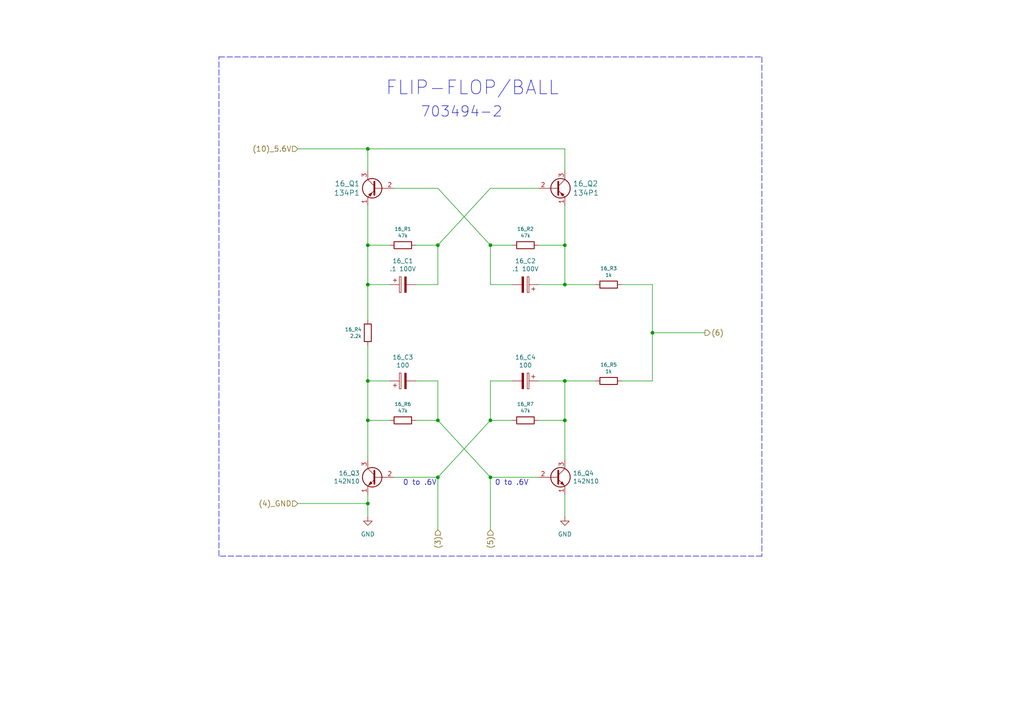
<source format=kicad_sch>
(kicad_sch (version 20250114) (generator "eeschema") (generator_version "9.0")
  (paper "A4")
  (lib_symbols
    (symbol "Device:C_Polarized" (pin_numbers (hide yes)) (pin_names (offset 0.254))
      (property "Reference" "C" (at 0.635 2.54 0))
      (property "Value" "C_Polarized" (at 0.635 -2.54 0))
      (symbol "C_Polarized_0_1"
        (rectangle (start -2.286 0.508) (end 2.286 1.016))
        (polyline (pts (xy -1.778 2.286) (xy -0.762 2.286)))
        (polyline (pts (xy -1.27 2.794) (xy -1.27 1.778)))
        (rectangle (start 2.286 -0.508) (end -2.286 -1.016) (fill (type outline)))
      )
      (symbol "C_Polarized_1_1"
        (pin passive line (at 0 3.81 270) (length 2.794) (name "~") (number "1"))
        (pin passive line (at 0 -3.81 90) (length 2.794) (name "~") (number "2"))
      )
    )
    (symbol "Device:R" (pin_numbers (hide yes)) (pin_names (offset 0))
      (property "Reference" "R" (at 2.032 0 90))
      (property "Value" "R" (at 0 0 90))
      (symbol "R_0_1"
        (rectangle (start -1.016 -2.54) (end 1.016 2.54) (stroke (width 0.254)))
      )
      (symbol "R_1_1"
        (pin passive line (at 0 3.81 270) (length 1.27) (name "~") (number "1"))
        (pin passive line (at 0 -3.81 90) (length 1.27) (name "~") (number "2"))
      )
    )
    (symbol "Transistor_BJT:Q_NPN_EBC" (pin_names (offset 0) (hide yes))
      (property "Reference" "Q" (at 5.08 1.27 0))
      (property "Value" "Q_NPN_EBC" (at 5.08 -1.27 0))
      (symbol "Q_NPN_EBC_0_1"
        (polyline (pts (xy -2.54 0) (xy 0.635 0)))
        (polyline (pts (xy 0.635 1.905) (xy 0.635 -1.905)) (stroke (width 0.508)))
        (circle (center 1.27 0) (radius 2.8194) (stroke (width 0.254)))
      )
      (symbol "Q_NPN_EBC_1_1"
        (polyline (pts (xy 0.635 0.635) (xy 2.54 2.54)))
        (polyline (pts (xy 0.635 -0.635) (xy 2.54 -2.54)))
        (polyline (pts (xy 1.27 -1.778) (xy 1.778 -1.27) (xy 2.286 -2.286) (xy 1.27 -1.778)) (fill (type outline)))
        (pin input line (at -5.08 0 0) (length 2.54) (name "B") (number "2"))
        (pin passive line (at 2.54 5.08 270) (length 2.54) (name "C") (number "3"))
        (pin passive line (at 2.54 -5.08 90) (length 2.54) (name "E") (number "1"))
      )
    )
    (symbol "Transistor_BJT:Q_PNP_EBC" (pin_names (offset 0) (hide yes))
      (property "Reference" "Q" (at 5.08 1.27 0))
      (property "Value" "Q_PNP_EBC" (at 5.08 -1.27 0))
      (symbol "Q_PNP_EBC_0_1"
        (polyline (pts (xy -2.54 0) (xy 0.635 0)))
        (polyline (pts (xy 0.635 1.905) (xy 0.635 -1.905)) (stroke (width 0.508)))
        (polyline (pts (xy 0.635 0.635) (xy 2.54 2.54)))
        (polyline (pts (xy 0.635 -0.635) (xy 2.54 -2.54)))
        (circle (center 1.27 0) (radius 2.8194) (stroke (width 0.254)))
        (polyline (pts (xy 2.286 -1.778) (xy 1.778 -2.286) (xy 1.27 -1.27) (xy 2.286 -1.778)) (fill (type outline)))
      )
      (symbol "Q_PNP_EBC_1_1"
        (pin input line (at -5.08 0 0) (length 2.54) (name "B") (number "2"))
        (pin passive line (at 2.54 5.08 270) (length 2.54) (name "C") (number "3"))
        (pin passive line (at 2.54 -5.08 90) (length 2.54) (name "E") (number "1"))
      )
    )
    (symbol "power:GND" (power) (pin_numbers (hide yes)) (pin_names (offset 0) (hide yes))
      (property "Value" "GND" (at 0 -3.81 0))
      (symbol "GND_0_1"
        (polyline (pts (xy 0 0) (xy 0 -1.27) (xy 1.27 -1.27) (xy 0 -2.54) (xy -1.27 -1.27) (xy 0 -1.27)))
      )
      (symbol "GND_1_1"
        (pin power_in line (at 0 0 270) (length 0) (name "~") (number "1"))
      )
    )
  )
  (text "0 to .6V" (at 116.84 140.97 0) (effects (font (size 1.5494 1.5494)) (justify left bottom)))
  (text "0 to .6V" (at 143.51 140.97 0) (effects (font (size 1.5494 1.5494)) (justify left bottom)))
  (text "FLIP-FLOP/BALL" (at 111.76 27.94 0) (effects (font (size 3.9878 3.9878)) (justify left bottom)))
  (text "703494-2" (at 121.92 34.29 0) (effects (font (size 2.9972 2.9972)) (justify left bottom)))
  (junction (at 142.24 71.12))
  (junction (at 106.68 146.05))
  (junction (at 106.68 82.55))
  (junction (at 142.24 138.43))
  (junction (at 106.68 43.18))
  (junction (at 163.83 110.49))
  (junction (at 189.23 96.52))
  (junction (at 106.68 110.49))
  (junction (at 127 71.12))
  (junction (at 163.83 82.55))
  (junction (at 163.83 121.92))
  (junction (at 106.68 121.92))
  (junction (at 163.83 71.12))
  (junction (at 127 121.92))
  (junction (at 127 138.43))
  (junction (at 142.24 121.92))
  (junction (at 106.68 71.12))
  (wire (pts (xy 86.36 43.18) (xy 106.68 43.18)))
  (wire (pts (xy 127 54.61) (xy 142.24 71.12)))
  (polyline (pts (xy 220.98 161.29) (xy 63.5 161.29)) (stroke (width 0) (type dash)))
  (wire (pts (xy 106.68 82.55) (xy 106.68 92.71)))
  (wire (pts (xy 180.34 82.55) (xy 189.23 82.55)))
  (wire (pts (xy 106.68 143.51) (xy 106.68 146.05)))
  (wire (pts (xy 142.24 138.43) (xy 156.21 138.43)))
  (wire (pts (xy 163.83 82.55) (xy 172.72 82.55)))
  (wire (pts (xy 142.24 110.49) (xy 148.59 110.49)))
  (wire (pts (xy 106.68 43.18) (xy 106.68 49.53)))
  (wire (pts (xy 127 121.92) (xy 142.24 138.43)))
  (wire (pts (xy 106.68 110.49) (xy 113.03 110.49)))
  (wire (pts (xy 127 138.43) (xy 127 153.67)))
  (wire (pts (xy 156.21 110.49) (xy 163.83 110.49)))
  (wire (pts (xy 163.83 43.18) (xy 163.83 49.53)))
  (wire (pts (xy 163.83 71.12) (xy 163.83 82.55)))
  (wire (pts (xy 180.34 110.49) (xy 189.23 110.49)))
  (wire (pts (xy 148.59 82.55) (xy 142.24 82.55)))
  (wire (pts (xy 142.24 110.49) (xy 142.24 121.92)))
  (polyline (pts (xy 63.5 16.51) (xy 220.98 16.51)) (stroke (width 0) (type dash)))
  (wire (pts (xy 163.83 149.86) (xy 163.83 143.51)))
  (wire (pts (xy 189.23 96.52) (xy 189.23 110.49)))
  (polyline (pts (xy 63.5 161.29) (xy 63.5 16.51)) (stroke (width 0) (type dash)))
  (wire (pts (xy 106.68 43.18) (xy 163.83 43.18)))
  (wire (pts (xy 156.21 82.55) (xy 163.83 82.55)))
  (wire (pts (xy 156.21 121.92) (xy 163.83 121.92)))
  (wire (pts (xy 120.65 71.12) (xy 127 71.12)))
  (wire (pts (xy 142.24 138.43) (xy 142.24 153.67)))
  (wire (pts (xy 127 71.12) (xy 142.24 54.61)))
  (wire (pts (xy 127 138.43) (xy 142.24 121.92)))
  (wire (pts (xy 114.3 138.43) (xy 127 138.43)))
  (wire (pts (xy 156.21 71.12) (xy 163.83 71.12)))
  (wire (pts (xy 106.68 59.69) (xy 106.68 71.12)))
  (wire (pts (xy 142.24 82.55) (xy 142.24 71.12)))
  (wire (pts (xy 106.68 100.33) (xy 106.68 110.49)))
  (wire (pts (xy 106.68 121.92) (xy 113.03 121.92)))
  (wire (pts (xy 163.83 59.69) (xy 163.83 71.12)))
  (polyline (pts (xy 220.98 16.51) (xy 220.98 161.29)) (stroke (width 0) (type dash)))
  (wire (pts (xy 127 82.55) (xy 127 71.12)))
  (wire (pts (xy 120.65 82.55) (xy 127 82.55)))
  (wire (pts (xy 163.83 110.49) (xy 163.83 121.92)))
  (wire (pts (xy 163.83 110.49) (xy 172.72 110.49)))
  (wire (pts (xy 114.3 54.61) (xy 127 54.61)))
  (wire (pts (xy 120.65 110.49) (xy 127 110.49)))
  (wire (pts (xy 142.24 54.61) (xy 156.21 54.61)))
  (wire (pts (xy 127 110.49) (xy 127 121.92)))
  (wire (pts (xy 204.47 96.52) (xy 189.23 96.52)))
  (wire (pts (xy 189.23 82.55) (xy 189.23 96.52)))
  (wire (pts (xy 163.83 121.92) (xy 163.83 133.35)))
  (wire (pts (xy 106.68 146.05) (xy 106.68 149.86)))
  (wire (pts (xy 106.68 71.12) (xy 113.03 71.12)))
  (wire (pts (xy 106.68 82.55) (xy 113.03 82.55)))
  (wire (pts (xy 106.68 121.92) (xy 106.68 133.35)))
  (wire (pts (xy 86.36 146.05) (xy 106.68 146.05)))
  (wire (pts (xy 106.68 110.49) (xy 106.68 121.92)))
  (wire (pts (xy 142.24 121.92) (xy 148.59 121.92)))
  (wire (pts (xy 120.65 121.92) (xy 127 121.92)))
  (wire (pts (xy 106.68 71.12) (xy 106.68 82.55)))
  (wire (pts (xy 142.24 71.12) (xy 148.59 71.12)))
  (hierarchical_label "(6)" (shape output) (at 204.47 96.52 0) (effects (font (size 1.5494 1.5494))))
  (hierarchical_label "(5)" (shape input) (at 142.24 153.67 270) (effects (font (size 1.5494 1.5494))))
  (hierarchical_label "(3)" (shape input) (at 127 153.67 270) (effects (font (size 1.5494 1.5494))))
  (hierarchical_label "(10)_5.6V" (shape input) (at 86.36 43.18 180) (effects (font (size 1.5494 1.5494))))
  (hierarchical_label "(4)_GND" (shape input) (at 86.36 146.05 180) (effects (font (size 1.5494 1.5494))))
  (symbol (lib_id "Transistor_BJT:Q_NPN_EBC") (at 161.29 138.43 0) (unit 1)
    (property "Reference" "16_Q4" (at 166.1414 137.2616 0) (effects (justify left)))
    (property "Value" "142N10" (at 166.1414 139.573 0) (effects (justify left)))
    (property "Description" "NPN transistor, emitter/base/collector" (effects (hide yes)))
    (property "Sim.Device" "NPN" (effects (hide yes)))
    (property "Sim.Pins" "1=E 2=B 3=C" (effects (hide yes)))
  )
  (symbol (lib_id "Transistor_BJT:Q_NPN_EBC") (at 109.22 138.43 0) (mirror y) (unit 1)
    (property "Reference" "16_Q3" (at 104.3686 137.2616 0) (effects (justify left)))
    (property "Value" "142N10" (at 104.3686 139.573 0) (effects (justify left)))
    (property "Description" "NPN transistor, emitter/base/collector" (effects (hide yes)))
    (property "Sim.Device" "NPN" (effects (hide yes)))
    (property "Sim.Pins" "1=E 2=B 3=C" (effects (hide yes)))
  )
  (symbol (lib_id "Device:R") (at 152.4 121.92 270) (unit 1)
    (property "Reference" "16_R7" (at 152.4 117.221 90) (effects (font (size 1.016 1.016))))
    (property "Value" "47k" (at 152.4 119.1514 90) (effects (font (size 1.016 1.016))))
    (property "Description" "Resistor" (effects (hide yes)))
  )
  (symbol (lib_id "Device:R") (at 116.84 121.92 270) (unit 1)
    (property "Reference" "16_R6" (at 116.84 117.221 90) (effects (font (size 1.016 1.016))))
    (property "Value" "47k" (at 116.84 119.1514 90) (effects (font (size 1.016 1.016))))
    (property "Description" "Resistor" (effects (hide yes)))
  )
  (symbol (lib_id "Device:C_Polarized") (at 116.84 110.49 90) (unit 1)
    (property "Reference" "16_C3" (at 116.84 103.632 90))
    (property "Value" "100" (at 116.84 105.9434 90))
    (property "Description" "Polarized capacitor" (effects (hide yes)))
  )
  (symbol (lib_id "Device:C_Polarized") (at 152.4 110.49 270) (unit 1)
    (property "Reference" "16_C4" (at 152.4 103.632 90))
    (property "Value" "100" (at 152.4 105.9434 90))
    (property "Description" "Polarized capacitor" (effects (hide yes)))
  )
  (symbol (lib_id "Device:R") (at 176.53 110.49 270) (unit 1)
    (property "Reference" "16_R5" (at 176.53 105.791 90) (effects (font (size 1.016 1.016))))
    (property "Value" "1k" (at 176.53 107.7214 90) (effects (font (size 1.016 1.016))))
    (property "Description" "Resistor" (effects (hide yes)))
  )
  (symbol (lib_id "Device:R") (at 152.4 71.12 270) (mirror x) (unit 1)
    (property "Reference" "16_R2" (at 152.4 66.421 90) (effects (font (size 1.016 1.016))))
    (property "Value" "47k" (at 152.4 68.3514 90) (effects (font (size 1.016 1.016))))
    (property "Description" "Resistor" (effects (hide yes)))
  )
  (symbol (lib_id "Device:R") (at 116.84 71.12 270) (mirror x) (unit 1)
    (property "Reference" "16_R1" (at 116.84 66.421 90) (effects (font (size 1.016 1.016))))
    (property "Value" "47k" (at 116.84 68.3514 90) (effects (font (size 1.016 1.016))))
    (property "Description" "Resistor" (effects (hide yes)))
  )
  (symbol (lib_id "Device:C_Polarized") (at 116.84 82.55 90) (mirror x) (unit 1)
    (property "Reference" "16_C1" (at 116.84 75.692 90))
    (property "Value" ".1 100V" (at 116.84 78.0034 90))
    (property "Description" "Polarized capacitor" (effects (hide yes)))
  )
  (symbol (lib_id "Device:C_Polarized") (at 152.4 82.55 270) (mirror x) (unit 1)
    (property "Reference" "16_C2" (at 152.4 75.692 90))
    (property "Value" ".1 100V" (at 152.4 78.0034 90))
    (property "Description" "Polarized capacitor" (effects (hide yes)))
  )
  (symbol (lib_id "Device:R") (at 176.53 82.55 270) (mirror x) (unit 1)
    (property "Reference" "16_R3" (at 176.53 77.851 90) (effects (font (size 1.016 1.016))))
    (property "Value" "1k" (at 176.53 79.7814 90) (effects (font (size 1.016 1.016))))
    (property "Description" "Resistor" (effects (hide yes)))
  )
  (symbol (lib_id "Device:R") (at 106.68 96.52 0) (mirror x) (unit 1)
    (property "Reference" "16_R4" (at 104.902 95.5548 0) (effects (font (size 1.016 1.016)) (justify right)))
    (property "Value" "2.2k" (at 104.902 97.4852 0) (effects (font (size 1.016 1.016)) (justify right)))
    (property "Description" "Resistor" (effects (hide yes)))
  )
  (symbol (lib_id "Transistor_BJT:Q_PNP_EBC") (at 161.29 54.61 0) (unit 1)
    (property "Reference" "16_Q2" (at 166.1414 53.2638 0) (effects (font (size 1.524 1.524)) (justify left)))
    (property "Value" "134P1" (at 166.1414 55.9562 0) (effects (font (size 1.524 1.524)) (justify left)))
    (property "Description" "PNP transistor, emitter/base/collector" (effects (hide yes)))
    (property "Sim.Device" "PNP" (effects (hide yes)))
    (property "Sim.Pins" "1=E 2=B 3=C" (effects (hide yes)))
  )
  (symbol (lib_id "Transistor_BJT:Q_PNP_EBC") (at 109.22 54.61 0) (mirror y) (unit 1)
    (property "Reference" "16_Q1" (at 104.394 53.2638 0) (effects (font (size 1.524 1.524)) (justify left)))
    (property "Value" "134P1" (at 104.394 55.9562 0) (effects (font (size 1.524 1.524)) (justify left)))
    (property "Description" "PNP transistor, emitter/base/collector" (effects (hide yes)))
    (property "Sim.Device" "PNP" (effects (hide yes)))
    (property "Sim.Pins" "1=E 2=B 3=C" (effects (hide yes)))
  )
  (symbol (lib_id "power:GND") (at 106.68 149.86 0) (unit 1)
    (property "Reference" "#PWR0801" (effects (hide yes)))
    (property "Value" "GND" (at 106.68 154.94 0))
    (property "Description" "Power symbol creates a global label with name \"GND\" , ground" (effects (hide yes)))
  )
  (symbol (lib_id "power:GND") (at 163.83 149.86 0) (unit 1)
    (property "Reference" "#PWR0802" (effects (hide yes)))
    (property "Value" "GND" (at 163.83 154.94 0))
    (property "Description" "Power symbol creates a global label with name \"GND\" , ground" (effects (hide yes)))
  )
)
</source>
